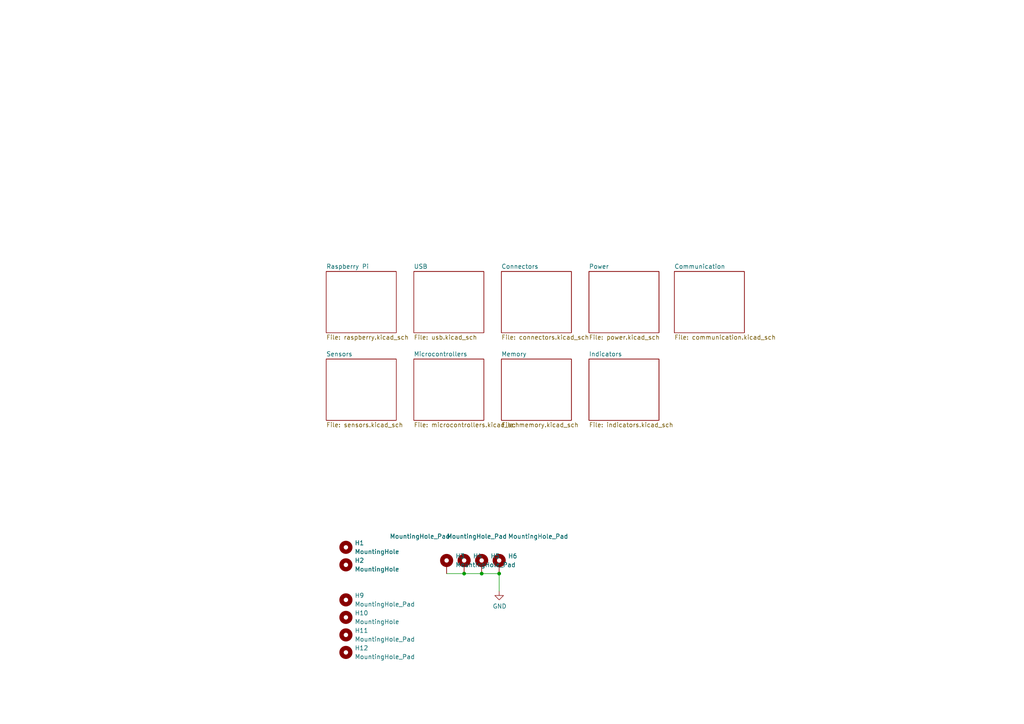
<source format=kicad_sch>
(kicad_sch (version 20231120) (generator "eeschema") (generator_version "8.0")
  (paper "A4")
  (lib_symbols
    (symbol "Mechanical:MountingHole" (pin_names (offset 1.016))
      (property "Reference" "H" (at 0 5.08 0))
      (property "Value" "MountingHole" (at 0 3.175 0))
      (symbol "MountingHole_0_1"
        (circle (center 0 0) (radius 1.27) (stroke (width 1.27)))
      )
    )
    (symbol "Mechanical:MountingHole_Pad" (pin_numbers hide) (pin_names (offset 1.016) hide)
      (property "Reference" "H" (at 0 6.35 0))
      (property "Value" "MountingHole_Pad" (at 0 4.445 0))
      (symbol "MountingHole_Pad_0_1"
        (circle (center 0 1.27) (radius 1.27) (stroke (width 1.27)))
      )
      (symbol "MountingHole_Pad_1_1"
        (pin input line (at 0 -2.54 90) (length 2.54) (name "1") (number "1"))
      )
    )
    (symbol "power:GND" (power) (pin_names (offset 0))
      (property "Value" "GND" (at 0 -3.81 0))
      (symbol "GND_0_1"
        (polyline (pts (xy 0 0) (xy 0 -1.27) (xy 1.27 -1.27) (xy 0 -2.54) (xy -1.27 -1.27) (xy 0 -1.27)))
      )
      (symbol "GND_1_1"
        (pin power_in line (at 0 0 270) (length 0) hide (name "GND") (number "1"))
      )
    )
  )
  (junction (at 134.62 166.37))
  (junction (at 144.78 166.37))
  (junction (at 139.7 166.37))
  (wire (pts (xy 139.7 166.37) (xy 144.78 166.37)))
  (wire (pts (xy 134.62 166.37) (xy 139.7 166.37)))
  (wire (pts (xy 144.78 166.37) (xy 144.78 171.45)))
  (wire (pts (xy 129.54 166.37) (xy 134.62 166.37)))
  (symbol (lib_id "Mechanical:MountingHole") (at 100.33 163.83 0) (unit 1)
    (property "Reference" "H2" (at 102.87 162.5599 0) (effects (justify left)))
    (property "Value" "MountingHole" (at 102.87 165.0999 0) (effects (justify left)))
    (property "Footprint" "downloaded_parts:WA-SMSI-25" (effects (hide yes)))
  )
  (symbol (lib_id "Mechanical:MountingHole_Pad") (at 129.54 163.83 0) (unit 1)
    (property "Reference" "H3" (at 132.08 161.2899 0) (effects (justify left)))
    (property "Value" "MountingHole_Pad" (at 132.08 163.8299 0) (effects (justify left)))
    (property "Footprint" "MountingHole:MountingHole_2.7mm_M2.5_Pad" (effects (hide yes)))
  )
  (symbol (lib_id "Mechanical:MountingHole") (at 100.33 179.07 0) (unit 1)
    (property "Reference" "H10" (at 102.87 177.7999 0) (effects (justify left)))
    (property "Value" "MountingHole" (at 102.87 180.3399 0) (effects (justify left)))
    (property "Footprint" "MountingHole:MountingHole_2.7mm_M2.5_DIN965" (effects (hide yes)))
    (property "Description" "Mounting Hole without connection" (effects (hide yes)))
  )
  (symbol (lib_id "Mechanical:MountingHole") (at 100.33 173.99 0) (unit 1)
    (property "Reference" "H9" (at 102.87 172.7199 0) (effects (justify left)))
    (property "Value" "MountingHole_Pad" (at 102.87 175.2599 0) (effects (justify left)))
    (property "Footprint" "MountingHole:MountingHole_2.7mm_M2.5_DIN965" (effects (hide yes)))
    (property "Description" "Mounting Hole without connection" (effects (hide yes)))
  )
  (symbol (lib_id "Mechanical:MountingHole_Pad") (at 139.7 163.83 0) (unit 1)
    (property "Reference" "H5" (at 142.24 161.2899 0) (effects (justify left)))
    (property "Value" "MountingHole_Pad" (at 129.54 155.575 0) (effects (justify left)))
    (property "Footprint" "MountingHole:MountingHole_2.7mm_M2.5_Pad" (effects (hide yes)))
  )
  (symbol (lib_id "Mechanical:MountingHole") (at 100.33 184.15 0) (unit 1)
    (property "Reference" "H11" (at 102.87 182.8799 0) (effects (justify left)))
    (property "Value" "MountingHole_Pad" (at 102.87 185.4199 0) (effects (justify left)))
    (property "Footprint" "MountingHole:MountingHole_2.7mm_M2.5_DIN965" (effects (hide yes)))
    (property "Description" "Mounting Hole without connection" (effects (hide yes)))
  )
  (symbol (lib_id "Mechanical:MountingHole") (at 100.33 158.75 0) (unit 1)
    (property "Reference" "H1" (at 102.87 157.4799 0) (effects (justify left)))
    (property "Value" "MountingHole" (at 102.87 160.0199 0) (effects (justify left)))
    (property "Footprint" "downloaded_parts:WA-SMSI-25" (effects (hide yes)))
  )
  (symbol (lib_id "Mechanical:MountingHole_Pad") (at 134.62 163.83 0) (unit 1)
    (property "Reference" "H4" (at 137.16 161.2899 0) (effects (justify left)))
    (property "Value" "MountingHole_Pad" (at 113.03 155.575 0) (effects (justify left)))
    (property "Footprint" "MountingHole:MountingHole_2.7mm_M2.5_Pad" (effects (hide yes)))
  )
  (symbol (lib_id "Mechanical:MountingHole") (at 100.33 189.23 0) (unit 1)
    (property "Reference" "H12" (at 102.87 187.9599 0) (effects (justify left)))
    (property "Value" "MountingHole_Pad" (at 102.87 190.4999 0) (effects (justify left)))
    (property "Footprint" "MountingHole:MountingHole_2.7mm_M2.5_DIN965" (effects (hide yes)))
    (property "Description" "Mounting Hole without connection" (effects (hide yes)))
  )
  (symbol (lib_id "power:GND") (at 144.78 171.45 0) (unit 1)
    (property "Reference" "#PWR01" (effects (hide yes)))
    (property "Value" "GND" (at 144.907 175.8442 0))
  )
  (symbol (lib_id "Mechanical:MountingHole_Pad") (at 144.78 163.83 0) (unit 1)
    (property "Reference" "H6" (at 147.32 161.2899 0) (effects (justify left)))
    (property "Value" "MountingHole_Pad" (at 147.32 155.575 0) (effects (justify left)))
    (property "Footprint" "MountingHole:MountingHole_2.7mm_M2.5_Pad" (effects (hide yes)))
  )
  (sheet (at 145.415 104.14) (size 20.32 17.78) (stroke (width 0.1524))
    (property "Sheetname" "Memory" (at 145.415 103.4284 0) (effects (justify left bottom)))
    (property "Sheetfile" "memory.kicad_sch" (at 145.415 122.5046 0) (effects (justify left top)))
  )
  (sheet (at 120.015 104.14) (size 20.32 17.78) (stroke (width 0.1524))
    (property "Sheetname" "Microcontrollers" (at 120.015 103.4284 0) (effects (justify left bottom)))
    (property "Sheetfile" "microcontrollers.kicad_sch" (at 120.015 122.5046 0) (effects (justify left top)))
  )
  (sheet (at 170.815 78.74) (size 20.32 17.78) (stroke (width 0.1524))
    (property "Sheetname" "Power" (at 170.815 78.0284 0) (effects (justify left bottom)))
    (property "Sheetfile" "power.kicad_sch" (at 170.815 97.1046 0) (effects (justify left top)))
  )
  (sheet (at 94.615 104.14) (size 20.32 17.78) (stroke (width 0.1524))
    (property "Sheetname" "Sensors" (at 94.615 103.4284 0) (effects (justify left bottom)))
    (property "Sheetfile" "sensors.kicad_sch" (at 94.615 122.5046 0) (effects (justify left top)))
  )
  (sheet (at 145.415 78.74) (size 20.32 17.78) (stroke (width 0.1524))
    (property "Sheetname" "Connectors" (at 145.415 78.0284 0) (effects (justify left bottom)))
    (property "Sheetfile" "connectors.kicad_sch" (at 145.415 97.1046 0) (effects (justify left top)))
  )
  (sheet (at 195.58 78.74) (size 20.32 17.78) (stroke (width 0.1524))
    (property "Sheetname" "Communication" (at 195.58 78.0284 0) (effects (justify left bottom)))
    (property "Sheetfile" "communication.kicad_sch" (at 195.58 97.1046 0) (effects (justify left top)))
  )
  (sheet (at 94.615 78.74) (size 20.32 17.78) (stroke (width 0.1524))
    (property "Sheetname" "Raspberry Pi" (at 94.615 78.0284 0) (effects (justify left bottom)))
    (property "Sheetfile" "raspberry.kicad_sch" (at 94.615 97.1046 0) (effects (justify left top)))
  )
  (sheet (at 170.815 104.14) (size 20.32 17.78) (stroke (width 0.1524))
    (property "Sheetname" "Indicators" (at 170.815 103.4284 0) (effects (justify left bottom)))
    (property "Sheetfile" "indicators.kicad_sch" (at 170.815 122.5046 0) (effects (justify left top)))
  )
  (sheet (at 120.015 78.74) (size 20.32 17.78) (stroke (width 0.1524))
    (property "Sheetname" "USB" (at 120.015 78.0284 0) (effects (justify left bottom)))
    (property "Sheetfile" "usb.kicad_sch" (at 120.015 97.1046 0) (effects (justify left top)))
  )
)
</source>
